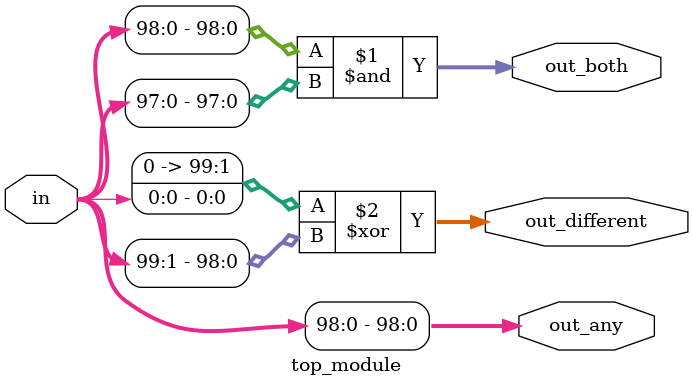
<source format=sv>
module top_module (
	input [99:0] in,
	output [98:0] out_both,
	output [99:1] out_any,
	output [99:0] out_different
);

	assign out_both = in[98:0] & in[97:0];
	assign out_any = in;
	assign out_different = {in[0]} ^ in[99:1];

endmodule

</source>
